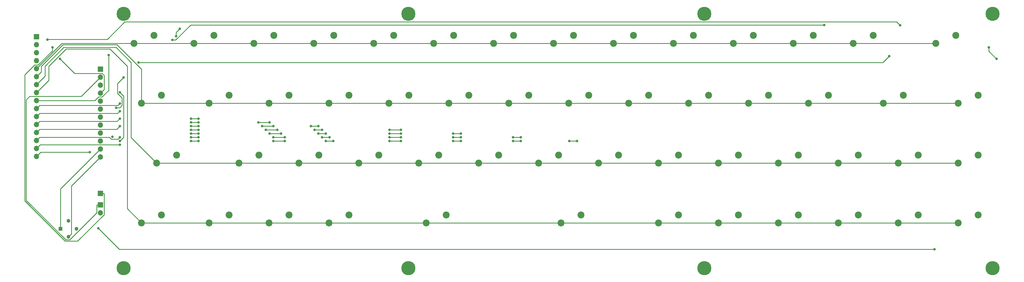
<source format=gbr>
G04 #@! TF.GenerationSoftware,KiCad,Pcbnew,(5.1.5)-3*
G04 #@! TF.CreationDate,2021-01-28T08:37:11+08:00*
G04 #@! TF.ProjectId,k54,6b35342e-6b69-4636-9164-5f7063625858,rev?*
G04 #@! TF.SameCoordinates,Original*
G04 #@! TF.FileFunction,Copper,L1,Top*
G04 #@! TF.FilePolarity,Positive*
%FSLAX46Y46*%
G04 Gerber Fmt 4.6, Leading zero omitted, Abs format (unit mm)*
G04 Created by KiCad (PCBNEW (5.1.5)-3) date 2021-01-28 08:37:11*
%MOMM*%
%LPD*%
G04 APERTURE LIST*
%ADD10C,1.198000*%
%ADD11R,1.198000X1.198000*%
%ADD12O,1.700000X1.700000*%
%ADD13R,1.700000X1.700000*%
%ADD14C,2.200000*%
%ADD15C,4.500000*%
%ADD16C,0.800000*%
%ADD17C,0.250000*%
G04 APERTURE END LIST*
D10*
X271780000Y-259080000D03*
X271780000Y-254000000D03*
X274320000Y-256540000D03*
D11*
X269240000Y-256540000D03*
D12*
X281940000Y-251460000D03*
D13*
X281940000Y-248920000D03*
D14*
X554593125Y-254635000D03*
X560943125Y-252095000D03*
X554593125Y-235585000D03*
X560943125Y-233045000D03*
X554593125Y-216535000D03*
X560943125Y-213995000D03*
X547449375Y-197485000D03*
X553799375Y-194945000D03*
X535543125Y-254635000D03*
X541893125Y-252095000D03*
X535543125Y-235585000D03*
X541893125Y-233045000D03*
X530780625Y-216535000D03*
X537130625Y-213995000D03*
X521255625Y-197485000D03*
X527605625Y-194945000D03*
X516493125Y-254635000D03*
X522843125Y-252095000D03*
X516493125Y-235585000D03*
X522843125Y-233045000D03*
X506968125Y-216535000D03*
X513318125Y-213995000D03*
X502205625Y-197485000D03*
X508555625Y-194945000D03*
X497443125Y-254635000D03*
X503793125Y-252095000D03*
X497443125Y-235585000D03*
X503793125Y-233045000D03*
X487918125Y-216535000D03*
X494268125Y-213995000D03*
X483155625Y-197485000D03*
X489505625Y-194945000D03*
X478393125Y-254635000D03*
X484743125Y-252095000D03*
X478393125Y-235585000D03*
X484743125Y-233045000D03*
X468868125Y-216535000D03*
X475218125Y-213995000D03*
X464105625Y-197485000D03*
X470455625Y-194945000D03*
X459343125Y-254635000D03*
X465693125Y-252095000D03*
X459343125Y-235585000D03*
X465693125Y-233045000D03*
X449818125Y-216535000D03*
X456168125Y-213995000D03*
X445055625Y-197485000D03*
X451405625Y-194945000D03*
X440293125Y-235585000D03*
X446643125Y-233045000D03*
X430768125Y-216535000D03*
X437118125Y-213995000D03*
X426005625Y-197485000D03*
X432355625Y-194945000D03*
X428386875Y-254635000D03*
X434736875Y-252095000D03*
X421243125Y-235585000D03*
X427593125Y-233045000D03*
X411718125Y-216535000D03*
X418068125Y-213995000D03*
X406955625Y-197485000D03*
X413305625Y-194945000D03*
X402193125Y-235585000D03*
X408543125Y-233045000D03*
X392668125Y-216535000D03*
X399018125Y-213995000D03*
X387905625Y-197485000D03*
X394255625Y-194945000D03*
X385524375Y-254635000D03*
X391874375Y-252095000D03*
X383143125Y-235585000D03*
X389493125Y-233045000D03*
X373618125Y-216535000D03*
X379968125Y-213995000D03*
X368855625Y-197485000D03*
X375205625Y-194945000D03*
X354568125Y-254635000D03*
X360918125Y-252095000D03*
X364093125Y-235585000D03*
X370443125Y-233045000D03*
X354568125Y-216535000D03*
X360918125Y-213995000D03*
X349805625Y-197485000D03*
X356155625Y-194945000D03*
X335518125Y-254635000D03*
X341868125Y-252095000D03*
X345043125Y-235585000D03*
X351393125Y-233045000D03*
X335518125Y-216535000D03*
X341868125Y-213995000D03*
X330755625Y-197485000D03*
X337105625Y-194945000D03*
X316468125Y-254635000D03*
X322818125Y-252095000D03*
X325993125Y-235585000D03*
X332343125Y-233045000D03*
X316468125Y-216535000D03*
X322818125Y-213995000D03*
X311705625Y-197485000D03*
X318055625Y-194945000D03*
X295036875Y-254635000D03*
X301386875Y-252095000D03*
X299799375Y-235585000D03*
X306149375Y-233045000D03*
X295036875Y-216535000D03*
X301386875Y-213995000D03*
X292655625Y-197485000D03*
X299005625Y-194945000D03*
D13*
X281937780Y-245268750D03*
D12*
X281940000Y-233680000D03*
X281940000Y-231140000D03*
X281940000Y-228600000D03*
X281940000Y-226060000D03*
X281940000Y-223520000D03*
X281940000Y-220980000D03*
X281940000Y-218440000D03*
X281940000Y-215900000D03*
X281940000Y-213360000D03*
X281940000Y-210820000D03*
X281940000Y-208280000D03*
D13*
X281940000Y-205740000D03*
D12*
X261620000Y-233521250D03*
X261620000Y-230981250D03*
X261620000Y-228441250D03*
X261620000Y-225901250D03*
X261620000Y-223361250D03*
X261620000Y-220821250D03*
X261620000Y-218281250D03*
X261620000Y-215741250D03*
X261620000Y-213201250D03*
X261620000Y-210661250D03*
X261620000Y-208121250D03*
X261620000Y-205581250D03*
X261620000Y-203041250D03*
X261620000Y-200501250D03*
X261620000Y-197961250D03*
D13*
X261620000Y-195421250D03*
D15*
X565546875Y-188118750D03*
X473868750Y-269081250D03*
X565546875Y-269081250D03*
X473868750Y-188118750D03*
X379809375Y-188118750D03*
X379809375Y-269081250D03*
X289321875Y-269081250D03*
X289321875Y-188118750D03*
D16*
X547052500Y-263048750D03*
X281305000Y-256381250D03*
X536098750Y-191770000D03*
X265112500Y-196373750D03*
X284559375Y-201215625D03*
X288131250Y-216693750D03*
X310753125Y-221456250D03*
X313134375Y-221456250D03*
X288131250Y-219075000D03*
X310753125Y-222646875D03*
X313134375Y-222646875D03*
X332184375Y-222646875D03*
X335756250Y-222646875D03*
X288131250Y-221456250D03*
X310753125Y-223837500D03*
X313134375Y-223837500D03*
X333375000Y-223837500D03*
X336946875Y-223837500D03*
X348853125Y-223837500D03*
X351234375Y-223837500D03*
X288131250Y-223837500D03*
X310753125Y-225028125D03*
X313134375Y-225028125D03*
X334565625Y-225028125D03*
X338137500Y-225028125D03*
X350043750Y-225028125D03*
X352425000Y-225028125D03*
X373856250Y-225028125D03*
X377428125Y-225028125D03*
X288131250Y-227409375D03*
X310753125Y-226218750D03*
X313134375Y-226218750D03*
X335756250Y-226218750D03*
X339328125Y-226218750D03*
X351234375Y-226218750D03*
X353615625Y-226218750D03*
X373856250Y-226218750D03*
X377428125Y-226218750D03*
X394096875Y-226218750D03*
X396478125Y-226218750D03*
X288131250Y-229790625D03*
X310753125Y-227409375D03*
X313134375Y-227409375D03*
X336946875Y-227409375D03*
X340518750Y-227409375D03*
X352425000Y-227409375D03*
X354806250Y-227409375D03*
X373856250Y-227409375D03*
X377428125Y-227409375D03*
X394096875Y-227409375D03*
X396478125Y-227409375D03*
X413146875Y-227409375D03*
X415528125Y-227409375D03*
X278606250Y-232171875D03*
X310753125Y-228600000D03*
X313134375Y-228600000D03*
X336946875Y-228600000D03*
X340518750Y-228600000D03*
X353615625Y-228600000D03*
X355996875Y-228600000D03*
X373856250Y-228600000D03*
X377428125Y-228600000D03*
X394096875Y-228600000D03*
X396478125Y-228600000D03*
X413146875Y-228600000D03*
X415528125Y-228600000D03*
X431006250Y-228600000D03*
X433389215Y-228598285D03*
X285750000Y-227249998D03*
X304800000Y-196453125D03*
X511968750Y-191690625D03*
X286940625Y-217989999D03*
X289321875Y-208359375D03*
X294084375Y-203596875D03*
X532624999Y-201621874D03*
X305990625Y-195262500D03*
X307181250Y-192881250D03*
X564356250Y-198834375D03*
X566737500Y-202406250D03*
X288131250Y-213121875D03*
X288131250Y-228600000D03*
X266700000Y-198834375D03*
X269081250Y-202406250D03*
D17*
X547052500Y-263048750D02*
X287972500Y-263048750D01*
X287972500Y-263048750D02*
X281305000Y-256381250D01*
X535022501Y-190693751D02*
X289683749Y-190693751D01*
X536098750Y-191770000D02*
X535022501Y-190693751D01*
X289683749Y-190693751D02*
X284162500Y-196215000D01*
X284162500Y-196215000D02*
X265271250Y-196215000D01*
X265271250Y-196215000D02*
X265112500Y-196373750D01*
X280169750Y-215741250D02*
X281375999Y-214535001D01*
X261620000Y-215741250D02*
X280169750Y-215741250D01*
X282504001Y-214535001D02*
X284559375Y-212479627D01*
X281375999Y-214535001D02*
X282504001Y-214535001D01*
X284559375Y-212479627D02*
X284559375Y-201215625D01*
X287560001Y-217264999D02*
X288131250Y-216693750D01*
X261620000Y-218281250D02*
X262636251Y-217264999D01*
X262636251Y-217264999D02*
X287560001Y-217264999D01*
X310753125Y-221456250D02*
X313134375Y-221456250D01*
X261620000Y-220821250D02*
X262636251Y-219804999D01*
X287401251Y-219804999D02*
X288131250Y-219075000D01*
X262636251Y-219804999D02*
X287401251Y-219804999D01*
X310753125Y-222646875D02*
X313134375Y-222646875D01*
X332184375Y-222646875D02*
X335756250Y-222646875D01*
X287242501Y-222344999D02*
X288131250Y-221456250D01*
X261620000Y-223361250D02*
X262636251Y-222344999D01*
X262636251Y-222344999D02*
X287242501Y-222344999D01*
X310753125Y-223837500D02*
X313134375Y-223837500D01*
X333375000Y-223837500D02*
X336946875Y-223837500D01*
X348853125Y-223837500D02*
X351234375Y-223837500D01*
X261620000Y-225901250D02*
X262493125Y-225028125D01*
X287083751Y-224884999D02*
X288131250Y-223837500D01*
X262493125Y-225028125D02*
X262636251Y-224884999D01*
X262636251Y-224884999D02*
X287083751Y-224884999D01*
X310753125Y-225028125D02*
X313134375Y-225028125D01*
X334565625Y-225028125D02*
X338137500Y-225028125D01*
X350043750Y-225028125D02*
X352425000Y-225028125D01*
X373856250Y-225028125D02*
X377428125Y-225028125D01*
X261620000Y-228441250D02*
X262651875Y-227409375D01*
X285401999Y-227974999D02*
X287565626Y-227974999D01*
X262651875Y-227409375D02*
X284836375Y-227409375D01*
X287565626Y-227974999D02*
X288131250Y-227409375D01*
X284836375Y-227409375D02*
X285401999Y-227974999D01*
X310753125Y-226218750D02*
X313134375Y-226218750D01*
X335756250Y-226218750D02*
X339328125Y-226218750D01*
X351234375Y-226218750D02*
X353615625Y-226218750D01*
X373856250Y-226218750D02*
X377428125Y-226218750D01*
X394096875Y-226218750D02*
X396478125Y-226218750D01*
X261620000Y-230981250D02*
X262810625Y-229790625D01*
X262810625Y-229790625D02*
X288131250Y-229790625D01*
X310753125Y-227409375D02*
X313134375Y-227409375D01*
X336946875Y-227409375D02*
X340518750Y-227409375D01*
X352425000Y-227409375D02*
X354806250Y-227409375D01*
X373856250Y-227409375D02*
X377428125Y-227409375D01*
X394096875Y-227409375D02*
X396478125Y-227409375D01*
X413146875Y-227409375D02*
X415528125Y-227409375D01*
X261620000Y-233521250D02*
X262969375Y-232171875D01*
X262969375Y-232171875D02*
X278606250Y-232171875D01*
X310753125Y-228600000D02*
X313134375Y-228600000D01*
X336946875Y-228600000D02*
X340518750Y-228600000D01*
X353615625Y-228600000D02*
X355996875Y-228600000D01*
X373856250Y-228600000D02*
X377428125Y-228600000D01*
X394096875Y-228600000D02*
X396478125Y-228600000D01*
X413146875Y-228600000D02*
X415528125Y-228600000D01*
X431006250Y-228600000D02*
X433387500Y-228600000D01*
X433387500Y-228600000D02*
X433389215Y-228598285D01*
X305873002Y-196453125D02*
X310635502Y-191690625D01*
X304800000Y-196453125D02*
X305873002Y-196453125D01*
X310635502Y-191690625D02*
X511968750Y-191690625D01*
X287406249Y-210275001D02*
X289321875Y-208359375D01*
X288119251Y-217989999D02*
X288856251Y-217252999D01*
X286940625Y-217989999D02*
X288119251Y-217989999D01*
X288856251Y-214919878D02*
X287406249Y-213469876D01*
X288856251Y-217252999D02*
X288856251Y-214919878D01*
X287406249Y-213469876D02*
X287406249Y-210275001D01*
X294084375Y-203596875D02*
X530649998Y-203596875D01*
X530649998Y-203596875D02*
X532624999Y-201621874D01*
X305990625Y-195262500D02*
X305990625Y-194071875D01*
X305990625Y-194071875D02*
X307181250Y-192881250D01*
X564356250Y-198834375D02*
X564356250Y-200025000D01*
X564356250Y-200025000D02*
X566737500Y-202406250D01*
X261620000Y-213201250D02*
X265509375Y-209311875D01*
X265509375Y-209311875D02*
X265509375Y-204787500D01*
X265509375Y-204787500D02*
X271012490Y-199284385D01*
X271012490Y-199284385D02*
X285009385Y-199284385D01*
X285009385Y-199284385D02*
X290512500Y-204787500D01*
X290512500Y-250110625D02*
X295036875Y-254635000D01*
X290512500Y-204787500D02*
X290512500Y-250110625D01*
X295036875Y-254635000D02*
X554593125Y-254635000D01*
X261620000Y-210661250D02*
X264318750Y-207962500D01*
X264318750Y-207962500D02*
X264318750Y-204787500D01*
X264318750Y-204787500D02*
X270271875Y-198834375D01*
X270271875Y-198834375D02*
X286940625Y-198834375D01*
X286940625Y-198834375D02*
X291703125Y-203596875D01*
X291703125Y-227488750D02*
X299799375Y-235585000D01*
X291703125Y-203596875D02*
X291703125Y-227488750D01*
X299799375Y-235585000D02*
X552291250Y-235585000D01*
X552291250Y-235585000D02*
X554593125Y-235585000D01*
X261620000Y-208121250D02*
X263128125Y-206613125D01*
X263128125Y-206613125D02*
X263128125Y-204787500D01*
X263128125Y-204787500D02*
X269980615Y-197935010D01*
X269980615Y-197935010D02*
X287231885Y-197935010D01*
X295036875Y-205740000D02*
X295036875Y-216535000D01*
X287231885Y-197935010D02*
X295036875Y-205740000D01*
X552522127Y-216535000D02*
X554593125Y-216535000D01*
X295036875Y-216535000D02*
X552522127Y-216535000D01*
X269716250Y-197485000D02*
X547449375Y-197485000D01*
X261620000Y-205581250D02*
X269716250Y-197485000D01*
X281090001Y-234529999D02*
X281940000Y-233680000D01*
X272704001Y-242915999D02*
X281090001Y-234529999D01*
X272704001Y-258155999D02*
X272704001Y-242915999D01*
X271780000Y-259080000D02*
X272704001Y-258155999D01*
X269240000Y-243840000D02*
X269240000Y-256540000D01*
X281940000Y-231140000D02*
X269240000Y-243840000D01*
X288131250Y-213121875D02*
X289321875Y-214312500D01*
X289321875Y-214312500D02*
X289321875Y-227409375D01*
X289321875Y-227409375D02*
X288131250Y-228600000D01*
X283115001Y-245345971D02*
X283115001Y-252024001D01*
X283037780Y-245268750D02*
X283115001Y-245345971D01*
X270734598Y-260454010D02*
X257915615Y-247635027D01*
X281937780Y-245268750D02*
X283037780Y-245268750D01*
X274684992Y-260454010D02*
X270734598Y-260454010D01*
X261055999Y-204406249D02*
X262158591Y-204406249D01*
X262158591Y-204406249D02*
X266700000Y-199864840D01*
X283115001Y-252024001D02*
X274684992Y-260454010D01*
X257915615Y-247635027D02*
X257915615Y-207546633D01*
X257915615Y-207546633D02*
X261055999Y-204406249D01*
X266700000Y-199864840D02*
X266700000Y-198834375D01*
X282789999Y-212510001D02*
X281940000Y-213360000D01*
X283115001Y-212184999D02*
X282789999Y-212510001D01*
X283115001Y-207715999D02*
X283115001Y-212184999D01*
X282504001Y-207104999D02*
X283115001Y-207715999D01*
X273779999Y-207104999D02*
X282504001Y-207104999D01*
X269081250Y-202406250D02*
X273779999Y-207104999D01*
X275843749Y-214376251D02*
X259492499Y-214376251D01*
X281940000Y-208280000D02*
X275843749Y-214376251D01*
X259492499Y-214376251D02*
X258365625Y-215503125D01*
X280840000Y-248920000D02*
X281940000Y-248920000D01*
X280764999Y-248995001D02*
X280840000Y-248920000D01*
X280764999Y-251462523D02*
X280764999Y-248995001D01*
X272223521Y-260004001D02*
X280764999Y-251462523D01*
X270920999Y-260004001D02*
X272223521Y-260004001D01*
X258365625Y-247448627D02*
X270920999Y-260004001D01*
X258365625Y-215503125D02*
X258365625Y-247448627D01*
M02*

</source>
